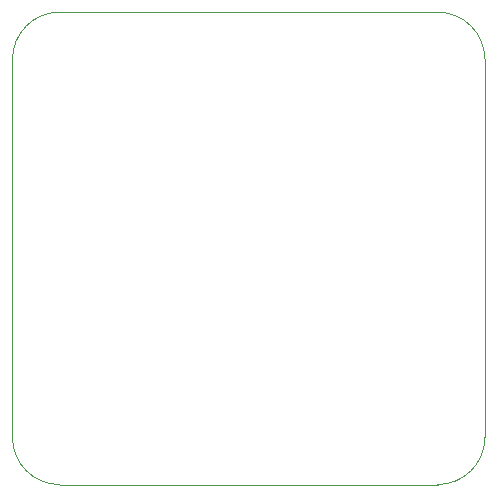
<source format=gbr>
%TF.GenerationSoftware,KiCad,Pcbnew,(6.0.7)*%
%TF.CreationDate,2022-08-03T12:25:37+01:00*%
%TF.ProjectId,Phase_Measurement_Board,50686173-655f-44d6-9561-737572656d65,rev?*%
%TF.SameCoordinates,Original*%
%TF.FileFunction,Profile,NP*%
%FSLAX46Y46*%
G04 Gerber Fmt 4.6, Leading zero omitted, Abs format (unit mm)*
G04 Created by KiCad (PCBNEW (6.0.7)) date 2022-08-03 12:25:37*
%MOMM*%
%LPD*%
G01*
G04 APERTURE LIST*
%TA.AperFunction,Profile*%
%ADD10C,0.100000*%
%TD*%
G04 APERTURE END LIST*
D10*
X196000000Y-33000000D02*
X196000000Y-65000000D01*
X232000000Y-69000000D02*
G75*
G03*
X236000000Y-65000000I0J4000000D01*
G01*
X200000000Y-29000000D02*
G75*
G03*
X196000000Y-33000000I0J-4000000D01*
G01*
X196000000Y-65000000D02*
G75*
G03*
X200000000Y-69000000I4000000J0D01*
G01*
X236000000Y-33000000D02*
G75*
G03*
X232000000Y-29000000I-4000000J0D01*
G01*
X232000000Y-69000000D02*
X200000000Y-69000000D01*
X236000000Y-33000000D02*
X236000000Y-65000000D01*
X200000000Y-29000000D02*
X232000000Y-29000000D01*
M02*

</source>
